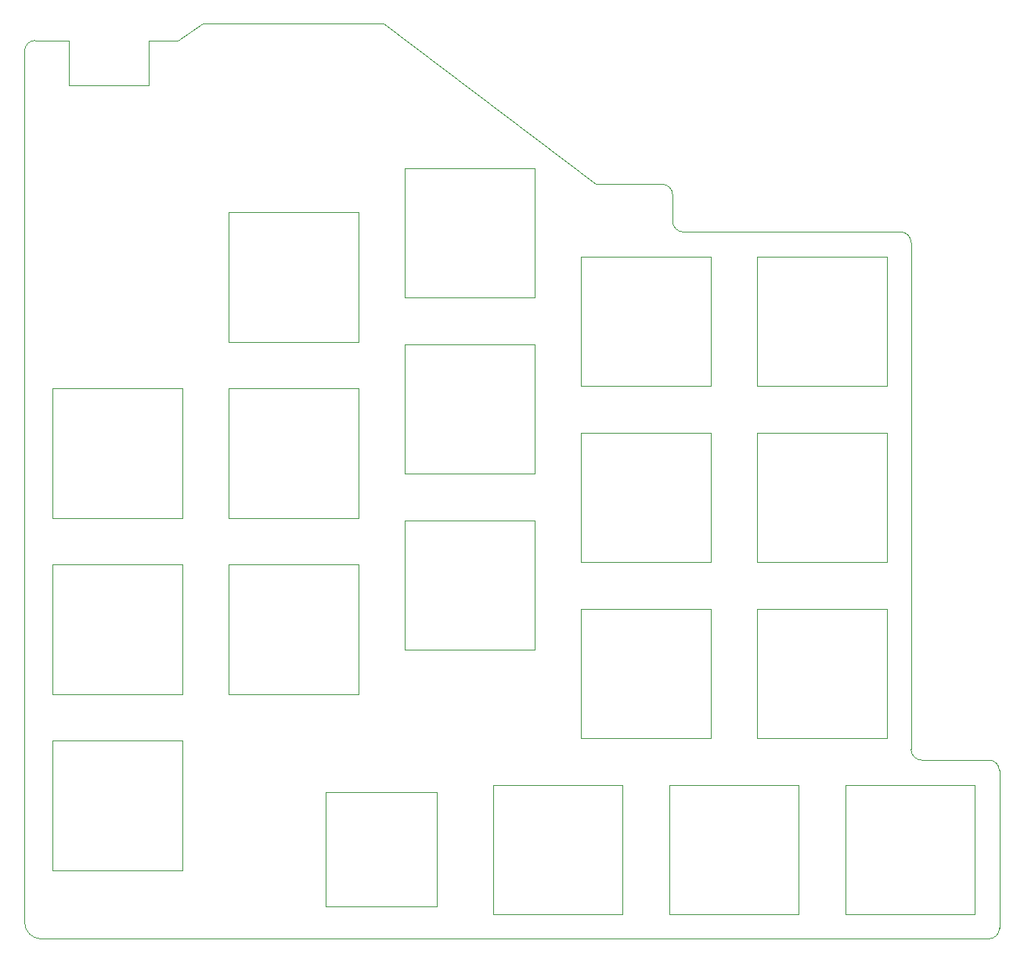
<source format=gbr>
%TF.GenerationSoftware,KiCad,Pcbnew,(5.1.6)-1*%
%TF.CreationDate,2021-05-04T17:34:20-05:00*%
%TF.ProjectId,FlatDoxPlate,466c6174-446f-4785-906c-6174652e6b69,rev?*%
%TF.SameCoordinates,Original*%
%TF.FileFunction,Profile,NP*%
%FSLAX46Y46*%
G04 Gerber Fmt 4.6, Leading zero omitted, Abs format (unit mm)*
G04 Created by KiCad (PCBNEW (5.1.6)-1) date 2021-05-04 17:34:20*
%MOMM*%
%LPD*%
G01*
G04 APERTURE LIST*
%TA.AperFunction,Profile*%
%ADD10C,0.050000*%
%TD*%
G04 APERTURE END LIST*
D10*
X42153840Y-68935600D02*
G75*
G02*
X41010840Y-67792600I0J1143000D01*
G01*
X39867840Y-63779400D02*
G75*
G02*
X41010840Y-64922400I0J-1143000D01*
G01*
X67937380Y-126060200D02*
G75*
G02*
X66794380Y-124917200I0J1143000D01*
G01*
X75199240Y-126060200D02*
G75*
G02*
X76342240Y-127203200I0J-1143000D01*
G01*
X76342240Y-144259300D02*
G75*
G02*
X75199240Y-145402300I-1143000J0D01*
G01*
X65651380Y-68935600D02*
G75*
G02*
X66794380Y-70078600I0J-1143000D01*
G01*
X21572220Y-128729740D02*
X35575240Y-128729740D01*
X35575240Y-128729740D02*
X35575240Y-142735300D01*
X35575240Y-142735300D02*
X21572220Y-142735300D01*
X21572220Y-142735300D02*
X21572220Y-128729740D01*
X40623250Y-128729740D02*
X54626270Y-128729740D01*
X54626270Y-142735300D02*
X40623250Y-142735300D01*
X54626270Y-128729740D02*
X54626270Y-142735300D01*
X40623250Y-142735300D02*
X40623250Y-128729740D01*
X59670710Y-128729740D02*
X73673730Y-128729740D01*
X59670710Y-142735300D02*
X59670710Y-128729740D01*
X73673730Y-128729740D02*
X73673730Y-142735300D01*
X73673730Y-142735300D02*
X59670710Y-142735300D01*
X50147220Y-123685300D02*
X50147220Y-109682280D01*
X50147220Y-109682280D02*
X64152780Y-109682280D01*
X64152780Y-109682280D02*
X64152780Y-123685300D01*
X64152780Y-123685300D02*
X50147220Y-123685300D01*
X50147220Y-104634270D02*
X50147220Y-90631250D01*
X64152780Y-90631250D02*
X64152780Y-104634270D01*
X50147220Y-90631250D02*
X64152780Y-90631250D01*
X64152780Y-104634270D02*
X50147220Y-104634270D01*
X50147220Y-85586810D02*
X50147220Y-71583790D01*
X64152780Y-85586810D02*
X50147220Y-85586810D01*
X50147220Y-71583790D02*
X64152780Y-71583790D01*
X64152780Y-71583790D02*
X64152780Y-85586810D01*
X31097220Y-123682760D02*
X31097220Y-109679740D01*
X31097220Y-109679740D02*
X45102780Y-109679740D01*
X45102780Y-109679740D02*
X45102780Y-123682760D01*
X45102780Y-123682760D02*
X31097220Y-123682760D01*
X31097220Y-104631730D02*
X31097220Y-90628710D01*
X45102780Y-90628710D02*
X45102780Y-104631730D01*
X31097220Y-90628710D02*
X45102780Y-90628710D01*
X45102780Y-104631730D02*
X31097220Y-104631730D01*
X31097220Y-85584270D02*
X31097220Y-71581250D01*
X45102780Y-85584270D02*
X31097220Y-85584270D01*
X31097220Y-71581250D02*
X45102780Y-71581250D01*
X45102780Y-71581250D02*
X45102780Y-85584270D01*
X12047220Y-114157760D02*
X12047220Y-100154740D01*
X12047220Y-100154740D02*
X26052780Y-100154740D01*
X26052780Y-100154740D02*
X26052780Y-114157760D01*
X26052780Y-114157760D02*
X12047220Y-114157760D01*
X12047220Y-95106730D02*
X12047220Y-81103710D01*
X26052780Y-81103710D02*
X26052780Y-95106730D01*
X12047220Y-81103710D02*
X26052780Y-81103710D01*
X26052780Y-95106730D02*
X12047220Y-95106730D01*
X12047220Y-76059270D02*
X12047220Y-62056250D01*
X26052780Y-76059270D02*
X12047220Y-76059270D01*
X12047220Y-62056250D02*
X26052780Y-62056250D01*
X26052780Y-62056250D02*
X26052780Y-76059270D01*
X-7002780Y-118920260D02*
X-7002780Y-104917240D01*
X-7002780Y-104917240D02*
X7002780Y-104917240D01*
X7002780Y-104917240D02*
X7002780Y-118920260D01*
X7002780Y-118920260D02*
X-7002780Y-118920260D01*
X-7002780Y-99869230D02*
X-7002780Y-85866210D01*
X7002780Y-85866210D02*
X7002780Y-99869230D01*
X-7002780Y-85866210D02*
X7002780Y-85866210D01*
X7002780Y-99869230D02*
X-7002780Y-99869230D01*
X-7002780Y-80821770D02*
X-7002780Y-66818750D01*
X7002780Y-80821770D02*
X-7002780Y-80821770D01*
X-7002780Y-66818750D02*
X7002780Y-66818750D01*
X7002780Y-66818750D02*
X7002780Y-80821770D01*
X-26052780Y-99871770D02*
X-26052780Y-85868750D01*
X-26052780Y-85868750D02*
X-12047220Y-85868750D01*
X-12047220Y-85868750D02*
X-12047220Y-99871770D01*
X-12047220Y-99871770D02*
X-26052780Y-99871770D01*
X-26052780Y-118919230D02*
X-26052780Y-104916210D01*
X-26052780Y-104916210D02*
X-12047220Y-104916210D01*
X-12047220Y-104916210D02*
X-12047220Y-118919230D01*
X-12047220Y-118919230D02*
X-26052780Y-118919230D01*
X-26052780Y-137970260D02*
X-26052780Y-123967240D01*
X-12047220Y-137970260D02*
X-26052780Y-137970260D01*
X-12047220Y-123967240D02*
X-12047220Y-137970260D01*
X-26052780Y-123967240D02*
X-12047220Y-123967240D01*
X41010840Y-67792600D02*
X41010840Y-64922400D01*
X65651380Y-68935600D02*
X42153840Y-68935600D01*
X66794380Y-124917200D02*
X66794380Y-70078600D01*
X67937380Y-126060200D02*
X75199240Y-126060200D01*
X3521710Y-129540000D02*
X3521710Y-141935200D01*
X15535910Y-129540000D02*
X3521710Y-129540000D01*
X15535910Y-141935200D02*
X15535910Y-129540000D01*
X3521710Y-141935200D02*
X15535910Y-141935200D01*
X39867840Y-63779400D02*
X32682180Y-63779400D01*
X-12541250Y-48221900D02*
X-15640050Y-48221900D01*
X-15640050Y-53098700D02*
X-15640050Y-48221900D01*
X-24301450Y-53098700D02*
X-15640050Y-53098700D01*
X9770110Y-46367700D02*
X32682180Y-63779400D01*
X-27297950Y-145402309D02*
G75*
G02*
X-29076650Y-143573500I24699J1803409D01*
G01*
X-29076650Y-49364900D02*
X-29076650Y-143573500D01*
X-29076650Y-49364900D02*
G75*
G02*
X-27933650Y-48221900I1143000J0D01*
G01*
X9770110Y-46367700D02*
X-9848850Y-46367700D01*
X-27933650Y-48221900D02*
X-24301450Y-48221900D01*
X-27297950Y-145402309D02*
X75199240Y-145402300D01*
X-12541250Y-48221900D02*
X-9848850Y-46367700D01*
X-24301450Y-53098700D02*
X-24301450Y-48221900D01*
X76342240Y-127203200D02*
X76342240Y-144259300D01*
M02*

</source>
